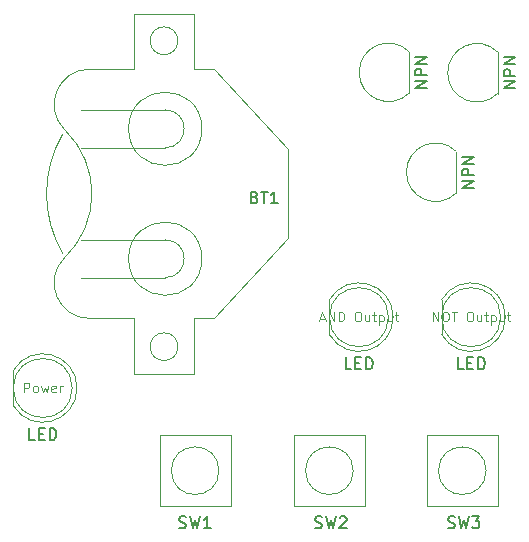
<source format=gbr>
%TF.GenerationSoftware,KiCad,Pcbnew,9.0.0*%
%TF.CreationDate,2025-04-12T10:04:44+08:00*%
%TF.ProjectId,computer,636f6d70-7574-4657-922e-6b696361645f,rev?*%
%TF.SameCoordinates,Original*%
%TF.FileFunction,AssemblyDrawing,Top*%
%FSLAX46Y46*%
G04 Gerber Fmt 4.6, Leading zero omitted, Abs format (unit mm)*
G04 Created by KiCad (PCBNEW 9.0.0) date 2025-04-12 10:04:44*
%MOMM*%
%LPD*%
G01*
G04 APERTURE LIST*
%ADD10C,0.150000*%
%ADD11C,0.120000*%
%ADD12C,0.100000*%
G04 APERTURE END LIST*
D10*
X130789160Y-109822200D02*
X130932017Y-109869819D01*
X130932017Y-109869819D02*
X131170112Y-109869819D01*
X131170112Y-109869819D02*
X131265350Y-109822200D01*
X131265350Y-109822200D02*
X131312969Y-109774580D01*
X131312969Y-109774580D02*
X131360588Y-109679342D01*
X131360588Y-109679342D02*
X131360588Y-109584104D01*
X131360588Y-109584104D02*
X131312969Y-109488866D01*
X131312969Y-109488866D02*
X131265350Y-109441247D01*
X131265350Y-109441247D02*
X131170112Y-109393628D01*
X131170112Y-109393628D02*
X130979636Y-109346009D01*
X130979636Y-109346009D02*
X130884398Y-109298390D01*
X130884398Y-109298390D02*
X130836779Y-109250771D01*
X130836779Y-109250771D02*
X130789160Y-109155533D01*
X130789160Y-109155533D02*
X130789160Y-109060295D01*
X130789160Y-109060295D02*
X130836779Y-108965057D01*
X130836779Y-108965057D02*
X130884398Y-108917438D01*
X130884398Y-108917438D02*
X130979636Y-108869819D01*
X130979636Y-108869819D02*
X131217731Y-108869819D01*
X131217731Y-108869819D02*
X131360588Y-108917438D01*
X131693922Y-108869819D02*
X131932017Y-109869819D01*
X131932017Y-109869819D02*
X132122493Y-109155533D01*
X132122493Y-109155533D02*
X132312969Y-109869819D01*
X132312969Y-109869819D02*
X132551065Y-108869819D01*
X133455826Y-109869819D02*
X132884398Y-109869819D01*
X133170112Y-109869819D02*
X133170112Y-108869819D01*
X133170112Y-108869819D02*
X133074874Y-109012676D01*
X133074874Y-109012676D02*
X132979636Y-109107914D01*
X132979636Y-109107914D02*
X132884398Y-109155533D01*
X142289160Y-109822200D02*
X142432017Y-109869819D01*
X142432017Y-109869819D02*
X142670112Y-109869819D01*
X142670112Y-109869819D02*
X142765350Y-109822200D01*
X142765350Y-109822200D02*
X142812969Y-109774580D01*
X142812969Y-109774580D02*
X142860588Y-109679342D01*
X142860588Y-109679342D02*
X142860588Y-109584104D01*
X142860588Y-109584104D02*
X142812969Y-109488866D01*
X142812969Y-109488866D02*
X142765350Y-109441247D01*
X142765350Y-109441247D02*
X142670112Y-109393628D01*
X142670112Y-109393628D02*
X142479636Y-109346009D01*
X142479636Y-109346009D02*
X142384398Y-109298390D01*
X142384398Y-109298390D02*
X142336779Y-109250771D01*
X142336779Y-109250771D02*
X142289160Y-109155533D01*
X142289160Y-109155533D02*
X142289160Y-109060295D01*
X142289160Y-109060295D02*
X142336779Y-108965057D01*
X142336779Y-108965057D02*
X142384398Y-108917438D01*
X142384398Y-108917438D02*
X142479636Y-108869819D01*
X142479636Y-108869819D02*
X142717731Y-108869819D01*
X142717731Y-108869819D02*
X142860588Y-108917438D01*
X143193922Y-108869819D02*
X143432017Y-109869819D01*
X143432017Y-109869819D02*
X143622493Y-109155533D01*
X143622493Y-109155533D02*
X143812969Y-109869819D01*
X143812969Y-109869819D02*
X144051065Y-108869819D01*
X144384398Y-108965057D02*
X144432017Y-108917438D01*
X144432017Y-108917438D02*
X144527255Y-108869819D01*
X144527255Y-108869819D02*
X144765350Y-108869819D01*
X144765350Y-108869819D02*
X144860588Y-108917438D01*
X144860588Y-108917438D02*
X144908207Y-108965057D01*
X144908207Y-108965057D02*
X144955826Y-109060295D01*
X144955826Y-109060295D02*
X144955826Y-109155533D01*
X144955826Y-109155533D02*
X144908207Y-109298390D01*
X144908207Y-109298390D02*
X144336779Y-109869819D01*
X144336779Y-109869819D02*
X144955826Y-109869819D01*
X153539160Y-109822200D02*
X153682017Y-109869819D01*
X153682017Y-109869819D02*
X153920112Y-109869819D01*
X153920112Y-109869819D02*
X154015350Y-109822200D01*
X154015350Y-109822200D02*
X154062969Y-109774580D01*
X154062969Y-109774580D02*
X154110588Y-109679342D01*
X154110588Y-109679342D02*
X154110588Y-109584104D01*
X154110588Y-109584104D02*
X154062969Y-109488866D01*
X154062969Y-109488866D02*
X154015350Y-109441247D01*
X154015350Y-109441247D02*
X153920112Y-109393628D01*
X153920112Y-109393628D02*
X153729636Y-109346009D01*
X153729636Y-109346009D02*
X153634398Y-109298390D01*
X153634398Y-109298390D02*
X153586779Y-109250771D01*
X153586779Y-109250771D02*
X153539160Y-109155533D01*
X153539160Y-109155533D02*
X153539160Y-109060295D01*
X153539160Y-109060295D02*
X153586779Y-108965057D01*
X153586779Y-108965057D02*
X153634398Y-108917438D01*
X153634398Y-108917438D02*
X153729636Y-108869819D01*
X153729636Y-108869819D02*
X153967731Y-108869819D01*
X153967731Y-108869819D02*
X154110588Y-108917438D01*
X154443922Y-108869819D02*
X154682017Y-109869819D01*
X154682017Y-109869819D02*
X154872493Y-109155533D01*
X154872493Y-109155533D02*
X155062969Y-109869819D01*
X155062969Y-109869819D02*
X155301065Y-108869819D01*
X155586779Y-108869819D02*
X156205826Y-108869819D01*
X156205826Y-108869819D02*
X155872493Y-109250771D01*
X155872493Y-109250771D02*
X156015350Y-109250771D01*
X156015350Y-109250771D02*
X156110588Y-109298390D01*
X156110588Y-109298390D02*
X156158207Y-109346009D01*
X156158207Y-109346009D02*
X156205826Y-109441247D01*
X156205826Y-109441247D02*
X156205826Y-109679342D01*
X156205826Y-109679342D02*
X156158207Y-109774580D01*
X156158207Y-109774580D02*
X156110588Y-109822200D01*
X156110588Y-109822200D02*
X156015350Y-109869819D01*
X156015350Y-109869819D02*
X155729636Y-109869819D01*
X155729636Y-109869819D02*
X155634398Y-109822200D01*
X155634398Y-109822200D02*
X155586779Y-109774580D01*
X137170112Y-81846009D02*
X137312969Y-81893628D01*
X137312969Y-81893628D02*
X137360588Y-81941247D01*
X137360588Y-81941247D02*
X137408207Y-82036485D01*
X137408207Y-82036485D02*
X137408207Y-82179342D01*
X137408207Y-82179342D02*
X137360588Y-82274580D01*
X137360588Y-82274580D02*
X137312969Y-82322200D01*
X137312969Y-82322200D02*
X137217731Y-82369819D01*
X137217731Y-82369819D02*
X136836779Y-82369819D01*
X136836779Y-82369819D02*
X136836779Y-81369819D01*
X136836779Y-81369819D02*
X137170112Y-81369819D01*
X137170112Y-81369819D02*
X137265350Y-81417438D01*
X137265350Y-81417438D02*
X137312969Y-81465057D01*
X137312969Y-81465057D02*
X137360588Y-81560295D01*
X137360588Y-81560295D02*
X137360588Y-81655533D01*
X137360588Y-81655533D02*
X137312969Y-81750771D01*
X137312969Y-81750771D02*
X137265350Y-81798390D01*
X137265350Y-81798390D02*
X137170112Y-81846009D01*
X137170112Y-81846009D02*
X136836779Y-81846009D01*
X137693922Y-81369819D02*
X138265350Y-81369819D01*
X137979636Y-82369819D02*
X137979636Y-81369819D01*
X139122493Y-82369819D02*
X138551065Y-82369819D01*
X138836779Y-82369819D02*
X138836779Y-81369819D01*
X138836779Y-81369819D02*
X138741541Y-81512676D01*
X138741541Y-81512676D02*
X138646303Y-81607914D01*
X138646303Y-81607914D02*
X138551065Y-81655533D01*
X155744819Y-81039523D02*
X154744819Y-81039523D01*
X154744819Y-81039523D02*
X155744819Y-80468095D01*
X155744819Y-80468095D02*
X154744819Y-80468095D01*
X155744819Y-79991904D02*
X154744819Y-79991904D01*
X154744819Y-79991904D02*
X154744819Y-79610952D01*
X154744819Y-79610952D02*
X154792438Y-79515714D01*
X154792438Y-79515714D02*
X154840057Y-79468095D01*
X154840057Y-79468095D02*
X154935295Y-79420476D01*
X154935295Y-79420476D02*
X155078152Y-79420476D01*
X155078152Y-79420476D02*
X155173390Y-79468095D01*
X155173390Y-79468095D02*
X155221009Y-79515714D01*
X155221009Y-79515714D02*
X155268628Y-79610952D01*
X155268628Y-79610952D02*
X155268628Y-79991904D01*
X155744819Y-78991904D02*
X154744819Y-78991904D01*
X154744819Y-78991904D02*
X155744819Y-78420476D01*
X155744819Y-78420476D02*
X154744819Y-78420476D01*
X118587142Y-102414819D02*
X118110952Y-102414819D01*
X118110952Y-102414819D02*
X118110952Y-101414819D01*
X118920476Y-101891009D02*
X119253809Y-101891009D01*
X119396666Y-102414819D02*
X118920476Y-102414819D01*
X118920476Y-102414819D02*
X118920476Y-101414819D01*
X118920476Y-101414819D02*
X119396666Y-101414819D01*
X119825238Y-102414819D02*
X119825238Y-101414819D01*
X119825238Y-101414819D02*
X120063333Y-101414819D01*
X120063333Y-101414819D02*
X120206190Y-101462438D01*
X120206190Y-101462438D02*
X120301428Y-101557676D01*
X120301428Y-101557676D02*
X120349047Y-101652914D01*
X120349047Y-101652914D02*
X120396666Y-101843390D01*
X120396666Y-101843390D02*
X120396666Y-101986247D01*
X120396666Y-101986247D02*
X120349047Y-102176723D01*
X120349047Y-102176723D02*
X120301428Y-102271961D01*
X120301428Y-102271961D02*
X120206190Y-102367200D01*
X120206190Y-102367200D02*
X120063333Y-102414819D01*
X120063333Y-102414819D02*
X119825238Y-102414819D01*
D11*
X117649048Y-98363855D02*
X117649048Y-97563855D01*
X117649048Y-97563855D02*
X117953810Y-97563855D01*
X117953810Y-97563855D02*
X118030000Y-97601950D01*
X118030000Y-97601950D02*
X118068095Y-97640045D01*
X118068095Y-97640045D02*
X118106191Y-97716236D01*
X118106191Y-97716236D02*
X118106191Y-97830521D01*
X118106191Y-97830521D02*
X118068095Y-97906712D01*
X118068095Y-97906712D02*
X118030000Y-97944807D01*
X118030000Y-97944807D02*
X117953810Y-97982902D01*
X117953810Y-97982902D02*
X117649048Y-97982902D01*
X118563333Y-98363855D02*
X118487143Y-98325760D01*
X118487143Y-98325760D02*
X118449048Y-98287664D01*
X118449048Y-98287664D02*
X118410952Y-98211474D01*
X118410952Y-98211474D02*
X118410952Y-97982902D01*
X118410952Y-97982902D02*
X118449048Y-97906712D01*
X118449048Y-97906712D02*
X118487143Y-97868617D01*
X118487143Y-97868617D02*
X118563333Y-97830521D01*
X118563333Y-97830521D02*
X118677619Y-97830521D01*
X118677619Y-97830521D02*
X118753810Y-97868617D01*
X118753810Y-97868617D02*
X118791905Y-97906712D01*
X118791905Y-97906712D02*
X118830000Y-97982902D01*
X118830000Y-97982902D02*
X118830000Y-98211474D01*
X118830000Y-98211474D02*
X118791905Y-98287664D01*
X118791905Y-98287664D02*
X118753810Y-98325760D01*
X118753810Y-98325760D02*
X118677619Y-98363855D01*
X118677619Y-98363855D02*
X118563333Y-98363855D01*
X119096667Y-97830521D02*
X119249048Y-98363855D01*
X119249048Y-98363855D02*
X119401429Y-97982902D01*
X119401429Y-97982902D02*
X119553810Y-98363855D01*
X119553810Y-98363855D02*
X119706191Y-97830521D01*
X120315715Y-98325760D02*
X120239524Y-98363855D01*
X120239524Y-98363855D02*
X120087143Y-98363855D01*
X120087143Y-98363855D02*
X120010953Y-98325760D01*
X120010953Y-98325760D02*
X119972857Y-98249569D01*
X119972857Y-98249569D02*
X119972857Y-97944807D01*
X119972857Y-97944807D02*
X120010953Y-97868617D01*
X120010953Y-97868617D02*
X120087143Y-97830521D01*
X120087143Y-97830521D02*
X120239524Y-97830521D01*
X120239524Y-97830521D02*
X120315715Y-97868617D01*
X120315715Y-97868617D02*
X120353810Y-97944807D01*
X120353810Y-97944807D02*
X120353810Y-98020998D01*
X120353810Y-98020998D02*
X119972857Y-98097188D01*
X120696667Y-98363855D02*
X120696667Y-97830521D01*
X120696667Y-97982902D02*
X120734762Y-97906712D01*
X120734762Y-97906712D02*
X120772857Y-97868617D01*
X120772857Y-97868617D02*
X120849048Y-97830521D01*
X120849048Y-97830521D02*
X120925238Y-97830521D01*
D10*
X151744819Y-72579523D02*
X150744819Y-72579523D01*
X150744819Y-72579523D02*
X151744819Y-72008095D01*
X151744819Y-72008095D02*
X150744819Y-72008095D01*
X151744819Y-71531904D02*
X150744819Y-71531904D01*
X150744819Y-71531904D02*
X150744819Y-71150952D01*
X150744819Y-71150952D02*
X150792438Y-71055714D01*
X150792438Y-71055714D02*
X150840057Y-71008095D01*
X150840057Y-71008095D02*
X150935295Y-70960476D01*
X150935295Y-70960476D02*
X151078152Y-70960476D01*
X151078152Y-70960476D02*
X151173390Y-71008095D01*
X151173390Y-71008095D02*
X151221009Y-71055714D01*
X151221009Y-71055714D02*
X151268628Y-71150952D01*
X151268628Y-71150952D02*
X151268628Y-71531904D01*
X151744819Y-70531904D02*
X150744819Y-70531904D01*
X150744819Y-70531904D02*
X151744819Y-69960476D01*
X151744819Y-69960476D02*
X150744819Y-69960476D01*
X145357142Y-96414819D02*
X144880952Y-96414819D01*
X144880952Y-96414819D02*
X144880952Y-95414819D01*
X145690476Y-95891009D02*
X146023809Y-95891009D01*
X146166666Y-96414819D02*
X145690476Y-96414819D01*
X145690476Y-96414819D02*
X145690476Y-95414819D01*
X145690476Y-95414819D02*
X146166666Y-95414819D01*
X146595238Y-96414819D02*
X146595238Y-95414819D01*
X146595238Y-95414819D02*
X146833333Y-95414819D01*
X146833333Y-95414819D02*
X146976190Y-95462438D01*
X146976190Y-95462438D02*
X147071428Y-95557676D01*
X147071428Y-95557676D02*
X147119047Y-95652914D01*
X147119047Y-95652914D02*
X147166666Y-95843390D01*
X147166666Y-95843390D02*
X147166666Y-95986247D01*
X147166666Y-95986247D02*
X147119047Y-96176723D01*
X147119047Y-96176723D02*
X147071428Y-96271961D01*
X147071428Y-96271961D02*
X146976190Y-96367200D01*
X146976190Y-96367200D02*
X146833333Y-96414819D01*
X146833333Y-96414819D02*
X146595238Y-96414819D01*
D11*
X142723808Y-92135283D02*
X143104761Y-92135283D01*
X142647618Y-92363855D02*
X142914285Y-91563855D01*
X142914285Y-91563855D02*
X143180951Y-92363855D01*
X143447618Y-92363855D02*
X143447618Y-91563855D01*
X143447618Y-91563855D02*
X143904761Y-92363855D01*
X143904761Y-92363855D02*
X143904761Y-91563855D01*
X144285713Y-92363855D02*
X144285713Y-91563855D01*
X144285713Y-91563855D02*
X144476189Y-91563855D01*
X144476189Y-91563855D02*
X144590475Y-91601950D01*
X144590475Y-91601950D02*
X144666665Y-91678140D01*
X144666665Y-91678140D02*
X144704760Y-91754331D01*
X144704760Y-91754331D02*
X144742856Y-91906712D01*
X144742856Y-91906712D02*
X144742856Y-92020998D01*
X144742856Y-92020998D02*
X144704760Y-92173379D01*
X144704760Y-92173379D02*
X144666665Y-92249569D01*
X144666665Y-92249569D02*
X144590475Y-92325760D01*
X144590475Y-92325760D02*
X144476189Y-92363855D01*
X144476189Y-92363855D02*
X144285713Y-92363855D01*
X145847618Y-91563855D02*
X145999999Y-91563855D01*
X145999999Y-91563855D02*
X146076189Y-91601950D01*
X146076189Y-91601950D02*
X146152380Y-91678140D01*
X146152380Y-91678140D02*
X146190475Y-91830521D01*
X146190475Y-91830521D02*
X146190475Y-92097188D01*
X146190475Y-92097188D02*
X146152380Y-92249569D01*
X146152380Y-92249569D02*
X146076189Y-92325760D01*
X146076189Y-92325760D02*
X145999999Y-92363855D01*
X145999999Y-92363855D02*
X145847618Y-92363855D01*
X145847618Y-92363855D02*
X145771427Y-92325760D01*
X145771427Y-92325760D02*
X145695237Y-92249569D01*
X145695237Y-92249569D02*
X145657141Y-92097188D01*
X145657141Y-92097188D02*
X145657141Y-91830521D01*
X145657141Y-91830521D02*
X145695237Y-91678140D01*
X145695237Y-91678140D02*
X145771427Y-91601950D01*
X145771427Y-91601950D02*
X145847618Y-91563855D01*
X146876189Y-91830521D02*
X146876189Y-92363855D01*
X146533332Y-91830521D02*
X146533332Y-92249569D01*
X146533332Y-92249569D02*
X146571427Y-92325760D01*
X146571427Y-92325760D02*
X146647617Y-92363855D01*
X146647617Y-92363855D02*
X146761903Y-92363855D01*
X146761903Y-92363855D02*
X146838094Y-92325760D01*
X146838094Y-92325760D02*
X146876189Y-92287664D01*
X147142856Y-91830521D02*
X147447618Y-91830521D01*
X147257142Y-91563855D02*
X147257142Y-92249569D01*
X147257142Y-92249569D02*
X147295237Y-92325760D01*
X147295237Y-92325760D02*
X147371427Y-92363855D01*
X147371427Y-92363855D02*
X147447618Y-92363855D01*
X147714285Y-91830521D02*
X147714285Y-92630521D01*
X147714285Y-91868617D02*
X147790475Y-91830521D01*
X147790475Y-91830521D02*
X147942856Y-91830521D01*
X147942856Y-91830521D02*
X148019047Y-91868617D01*
X148019047Y-91868617D02*
X148057142Y-91906712D01*
X148057142Y-91906712D02*
X148095237Y-91982902D01*
X148095237Y-91982902D02*
X148095237Y-92211474D01*
X148095237Y-92211474D02*
X148057142Y-92287664D01*
X148057142Y-92287664D02*
X148019047Y-92325760D01*
X148019047Y-92325760D02*
X147942856Y-92363855D01*
X147942856Y-92363855D02*
X147790475Y-92363855D01*
X147790475Y-92363855D02*
X147714285Y-92325760D01*
X148780952Y-91830521D02*
X148780952Y-92363855D01*
X148438095Y-91830521D02*
X148438095Y-92249569D01*
X148438095Y-92249569D02*
X148476190Y-92325760D01*
X148476190Y-92325760D02*
X148552380Y-92363855D01*
X148552380Y-92363855D02*
X148666666Y-92363855D01*
X148666666Y-92363855D02*
X148742857Y-92325760D01*
X148742857Y-92325760D02*
X148780952Y-92287664D01*
X149047619Y-91830521D02*
X149352381Y-91830521D01*
X149161905Y-91563855D02*
X149161905Y-92249569D01*
X149161905Y-92249569D02*
X149200000Y-92325760D01*
X149200000Y-92325760D02*
X149276190Y-92363855D01*
X149276190Y-92363855D02*
X149352381Y-92363855D01*
D10*
X159244819Y-72619523D02*
X158244819Y-72619523D01*
X158244819Y-72619523D02*
X159244819Y-72048095D01*
X159244819Y-72048095D02*
X158244819Y-72048095D01*
X159244819Y-71571904D02*
X158244819Y-71571904D01*
X158244819Y-71571904D02*
X158244819Y-71190952D01*
X158244819Y-71190952D02*
X158292438Y-71095714D01*
X158292438Y-71095714D02*
X158340057Y-71048095D01*
X158340057Y-71048095D02*
X158435295Y-71000476D01*
X158435295Y-71000476D02*
X158578152Y-71000476D01*
X158578152Y-71000476D02*
X158673390Y-71048095D01*
X158673390Y-71048095D02*
X158721009Y-71095714D01*
X158721009Y-71095714D02*
X158768628Y-71190952D01*
X158768628Y-71190952D02*
X158768628Y-71571904D01*
X159244819Y-70571904D02*
X158244819Y-70571904D01*
X158244819Y-70571904D02*
X159244819Y-70000476D01*
X159244819Y-70000476D02*
X158244819Y-70000476D01*
X154857142Y-96414819D02*
X154380952Y-96414819D01*
X154380952Y-96414819D02*
X154380952Y-95414819D01*
X155190476Y-95891009D02*
X155523809Y-95891009D01*
X155666666Y-96414819D02*
X155190476Y-96414819D01*
X155190476Y-96414819D02*
X155190476Y-95414819D01*
X155190476Y-95414819D02*
X155666666Y-95414819D01*
X156095238Y-96414819D02*
X156095238Y-95414819D01*
X156095238Y-95414819D02*
X156333333Y-95414819D01*
X156333333Y-95414819D02*
X156476190Y-95462438D01*
X156476190Y-95462438D02*
X156571428Y-95557676D01*
X156571428Y-95557676D02*
X156619047Y-95652914D01*
X156619047Y-95652914D02*
X156666666Y-95843390D01*
X156666666Y-95843390D02*
X156666666Y-95986247D01*
X156666666Y-95986247D02*
X156619047Y-96176723D01*
X156619047Y-96176723D02*
X156571428Y-96271961D01*
X156571428Y-96271961D02*
X156476190Y-96367200D01*
X156476190Y-96367200D02*
X156333333Y-96414819D01*
X156333333Y-96414819D02*
X156095238Y-96414819D01*
D11*
X152280952Y-92363855D02*
X152280952Y-91563855D01*
X152280952Y-91563855D02*
X152738095Y-92363855D01*
X152738095Y-92363855D02*
X152738095Y-91563855D01*
X153271428Y-91563855D02*
X153423809Y-91563855D01*
X153423809Y-91563855D02*
X153499999Y-91601950D01*
X153499999Y-91601950D02*
X153576190Y-91678140D01*
X153576190Y-91678140D02*
X153614285Y-91830521D01*
X153614285Y-91830521D02*
X153614285Y-92097188D01*
X153614285Y-92097188D02*
X153576190Y-92249569D01*
X153576190Y-92249569D02*
X153499999Y-92325760D01*
X153499999Y-92325760D02*
X153423809Y-92363855D01*
X153423809Y-92363855D02*
X153271428Y-92363855D01*
X153271428Y-92363855D02*
X153195237Y-92325760D01*
X153195237Y-92325760D02*
X153119047Y-92249569D01*
X153119047Y-92249569D02*
X153080951Y-92097188D01*
X153080951Y-92097188D02*
X153080951Y-91830521D01*
X153080951Y-91830521D02*
X153119047Y-91678140D01*
X153119047Y-91678140D02*
X153195237Y-91601950D01*
X153195237Y-91601950D02*
X153271428Y-91563855D01*
X153842856Y-91563855D02*
X154299999Y-91563855D01*
X154071427Y-92363855D02*
X154071427Y-91563855D01*
X155328571Y-91563855D02*
X155480952Y-91563855D01*
X155480952Y-91563855D02*
X155557142Y-91601950D01*
X155557142Y-91601950D02*
X155633333Y-91678140D01*
X155633333Y-91678140D02*
X155671428Y-91830521D01*
X155671428Y-91830521D02*
X155671428Y-92097188D01*
X155671428Y-92097188D02*
X155633333Y-92249569D01*
X155633333Y-92249569D02*
X155557142Y-92325760D01*
X155557142Y-92325760D02*
X155480952Y-92363855D01*
X155480952Y-92363855D02*
X155328571Y-92363855D01*
X155328571Y-92363855D02*
X155252380Y-92325760D01*
X155252380Y-92325760D02*
X155176190Y-92249569D01*
X155176190Y-92249569D02*
X155138094Y-92097188D01*
X155138094Y-92097188D02*
X155138094Y-91830521D01*
X155138094Y-91830521D02*
X155176190Y-91678140D01*
X155176190Y-91678140D02*
X155252380Y-91601950D01*
X155252380Y-91601950D02*
X155328571Y-91563855D01*
X156357142Y-91830521D02*
X156357142Y-92363855D01*
X156014285Y-91830521D02*
X156014285Y-92249569D01*
X156014285Y-92249569D02*
X156052380Y-92325760D01*
X156052380Y-92325760D02*
X156128570Y-92363855D01*
X156128570Y-92363855D02*
X156242856Y-92363855D01*
X156242856Y-92363855D02*
X156319047Y-92325760D01*
X156319047Y-92325760D02*
X156357142Y-92287664D01*
X156623809Y-91830521D02*
X156928571Y-91830521D01*
X156738095Y-91563855D02*
X156738095Y-92249569D01*
X156738095Y-92249569D02*
X156776190Y-92325760D01*
X156776190Y-92325760D02*
X156852380Y-92363855D01*
X156852380Y-92363855D02*
X156928571Y-92363855D01*
X157195238Y-91830521D02*
X157195238Y-92630521D01*
X157195238Y-91868617D02*
X157271428Y-91830521D01*
X157271428Y-91830521D02*
X157423809Y-91830521D01*
X157423809Y-91830521D02*
X157500000Y-91868617D01*
X157500000Y-91868617D02*
X157538095Y-91906712D01*
X157538095Y-91906712D02*
X157576190Y-91982902D01*
X157576190Y-91982902D02*
X157576190Y-92211474D01*
X157576190Y-92211474D02*
X157538095Y-92287664D01*
X157538095Y-92287664D02*
X157500000Y-92325760D01*
X157500000Y-92325760D02*
X157423809Y-92363855D01*
X157423809Y-92363855D02*
X157271428Y-92363855D01*
X157271428Y-92363855D02*
X157195238Y-92325760D01*
X158261905Y-91830521D02*
X158261905Y-92363855D01*
X157919048Y-91830521D02*
X157919048Y-92249569D01*
X157919048Y-92249569D02*
X157957143Y-92325760D01*
X157957143Y-92325760D02*
X158033333Y-92363855D01*
X158033333Y-92363855D02*
X158147619Y-92363855D01*
X158147619Y-92363855D02*
X158223810Y-92325760D01*
X158223810Y-92325760D02*
X158261905Y-92287664D01*
X158528572Y-91830521D02*
X158833334Y-91830521D01*
X158642858Y-91563855D02*
X158642858Y-92249569D01*
X158642858Y-92249569D02*
X158680953Y-92325760D01*
X158680953Y-92325760D02*
X158757143Y-92363855D01*
X158757143Y-92363855D02*
X158833334Y-92363855D01*
D12*
%TO.C,Q3*%
X154250000Y-81500000D02*
X154250000Y-78000000D01*
X150020000Y-79730000D02*
G75*
G02*
X154253625Y-77976375I2480000J0D01*
G01*
X154253625Y-81483625D02*
G75*
G02*
X150020000Y-79730000I-1753625J1753625D01*
G01*
%TO.C,Power*%
X116730000Y-96530306D02*
X116730000Y-99469694D01*
X116730000Y-96530306D02*
G75*
G02*
X116730046Y-99469772I2500000J-1469694D01*
G01*
X121730000Y-98000000D02*
G75*
G02*
X116730000Y-98000000I-2500000J0D01*
G01*
X116730000Y-98000000D02*
G75*
G02*
X121730000Y-98000000I2500000J0D01*
G01*
%TO.C,Battery*%
X123200000Y-71000000D02*
X126950000Y-71000000D01*
X123210000Y-92100000D02*
X126950000Y-92100000D01*
X126950000Y-71000000D02*
X126950000Y-66300000D01*
X126950000Y-96800000D02*
X126950000Y-92100000D01*
X126950000Y-96800000D02*
X132050000Y-96800000D01*
X129600000Y-74450000D02*
X122500000Y-74450000D01*
X129600000Y-77650000D02*
X122500000Y-77650000D01*
X129600000Y-85450000D02*
X122500000Y-85450000D01*
X129600000Y-88650000D02*
X122500000Y-88650000D01*
X132050000Y-66300000D02*
X126950000Y-66300000D01*
X132050000Y-71000000D02*
X132050000Y-66300000D01*
X132050000Y-71000000D02*
X133700000Y-71000000D01*
X132050000Y-92100000D02*
X133700000Y-92100000D01*
X132050000Y-96800000D02*
X132050000Y-92100000D01*
X133700000Y-71000000D02*
X140000000Y-77800000D01*
X133700000Y-92100000D02*
X140000000Y-85300000D01*
X140000000Y-85300000D02*
X140000000Y-77800000D01*
X120910000Y-86580000D02*
G75*
G02*
X120910120Y-76519794I8650000J5030000D01*
G01*
X121132359Y-76173674D02*
G75*
G02*
X123200000Y-71000000I2067641J2173674D01*
G01*
X121151868Y-76198097D02*
G75*
G02*
X121049999Y-86999999I-5251868J-5351903D01*
G01*
X123200000Y-92105410D02*
G75*
G02*
X121050001Y-87000001I0J3005410D01*
G01*
X129600000Y-74450000D02*
G75*
G02*
X129600000Y-77650000I0J-1600000D01*
G01*
X129600000Y-85450000D02*
G75*
G02*
X129600000Y-88650000I0J-1600000D01*
G01*
X130675000Y-68600000D02*
G75*
G02*
X128325000Y-68600000I-1175000J0D01*
G01*
X128325000Y-68600000D02*
G75*
G02*
X130675000Y-68600000I1175000J0D01*
G01*
X130675000Y-94500000D02*
G75*
G02*
X128325000Y-94500000I-1175000J0D01*
G01*
X128325000Y-94500000D02*
G75*
G02*
X130675000Y-94500000I1175000J0D01*
G01*
X132700000Y-76050000D02*
G75*
G02*
X126500000Y-76050000I-3100000J0D01*
G01*
X126500000Y-76050000D02*
G75*
G02*
X132700000Y-76050000I3100000J0D01*
G01*
X132700000Y-87050000D02*
G75*
G02*
X126500000Y-87050000I-3100000J0D01*
G01*
X126500000Y-87050000D02*
G75*
G02*
X132700000Y-87050000I3100000J0D01*
G01*
%TO.C,AND Input A*%
X129135000Y-102000000D02*
X132135000Y-102000000D01*
X129135000Y-108000000D02*
X129135000Y-102000000D01*
X132135000Y-102000000D02*
X135135000Y-102000000D01*
X135135000Y-102000000D02*
X135135000Y-108000000D01*
X135135000Y-108000000D02*
X129135000Y-108000000D01*
X134150564Y-105000000D02*
G75*
G02*
X130119436Y-105000000I-2015564J0D01*
G01*
X130119436Y-105000000D02*
G75*
G02*
X134150564Y-105000000I2015564J0D01*
G01*
%TO.C,Q1*%
X150250000Y-73040000D02*
X150250000Y-69540000D01*
X146020000Y-71270000D02*
G75*
G02*
X150253625Y-69516375I2480000J0D01*
G01*
X150253625Y-73023625D02*
G75*
G02*
X146020000Y-71270000I-1753625J1753625D01*
G01*
%TO.C,AND Input B*%
X140500000Y-102000000D02*
X143500000Y-102000000D01*
X140500000Y-108000000D02*
X140500000Y-102000000D01*
X143500000Y-102000000D02*
X146500000Y-102000000D01*
X146500000Y-102000000D02*
X146500000Y-108000000D01*
X146500000Y-108000000D02*
X140500000Y-108000000D01*
X145515564Y-105000000D02*
G75*
G02*
X141484436Y-105000000I-2015564J0D01*
G01*
X141484436Y-105000000D02*
G75*
G02*
X145515564Y-105000000I2015564J0D01*
G01*
%TO.C,NOT Input*%
X151750000Y-102000000D02*
X154750000Y-102000000D01*
X151750000Y-108000000D02*
X151750000Y-102000000D01*
X154750000Y-102000000D02*
X157750000Y-102000000D01*
X157750000Y-102000000D02*
X157750000Y-108000000D01*
X157750000Y-108000000D02*
X151750000Y-108000000D01*
X156765564Y-105000000D02*
G75*
G02*
X152734436Y-105000000I-2015564J0D01*
G01*
X152734436Y-105000000D02*
G75*
G02*
X156765564Y-105000000I2015564J0D01*
G01*
%TO.C,AND Output*%
X143500000Y-90530306D02*
X143500000Y-93469694D01*
X143500000Y-90530306D02*
G75*
G02*
X143500046Y-93469772I2500000J-1469694D01*
G01*
X148500000Y-92000000D02*
G75*
G02*
X143500000Y-92000000I-2500000J0D01*
G01*
X143500000Y-92000000D02*
G75*
G02*
X148500000Y-92000000I2500000J0D01*
G01*
%TO.C,Q2*%
X157750000Y-73080000D02*
X157750000Y-69580000D01*
X153520000Y-71310000D02*
G75*
G02*
X157753625Y-69556375I2480000J0D01*
G01*
X157753625Y-73063625D02*
G75*
G02*
X153520000Y-71310000I-1753625J1753625D01*
G01*
%TO.C,NOT Output*%
X153000000Y-90530306D02*
X153000000Y-93469694D01*
X153000000Y-90530306D02*
G75*
G02*
X153000046Y-93469772I2500000J-1469694D01*
G01*
X158000000Y-92000000D02*
G75*
G02*
X153000000Y-92000000I-2500000J0D01*
G01*
X153000000Y-92000000D02*
G75*
G02*
X158000000Y-92000000I2500000J0D01*
G01*
%TD*%
M02*

</source>
